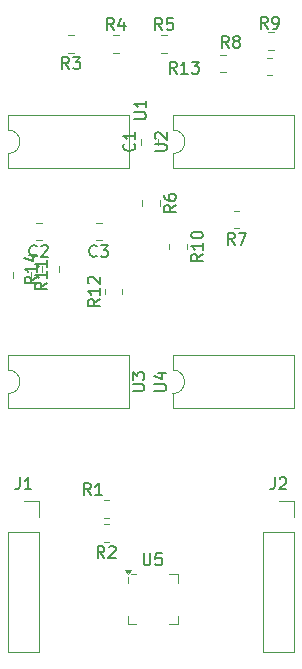
<source format=gbr>
%TF.GenerationSoftware,KiCad,Pcbnew,8.0.3*%
%TF.CreationDate,2025-09-07T10:27:12+08:00*%
%TF.ProjectId,balancing-car,62616c61-6e63-4696-9e67-2d6361722e6b,rev?*%
%TF.SameCoordinates,Original*%
%TF.FileFunction,Legend,Top*%
%TF.FilePolarity,Positive*%
%FSLAX46Y46*%
G04 Gerber Fmt 4.6, Leading zero omitted, Abs format (unit mm)*
G04 Created by KiCad (PCBNEW 8.0.3) date 2025-09-07 10:27:12*
%MOMM*%
%LPD*%
G01*
G04 APERTURE LIST*
%ADD10C,0.150000*%
%ADD11C,0.120000*%
G04 APERTURE END LIST*
D10*
X185240819Y-113037857D02*
X184764628Y-113371190D01*
X185240819Y-113609285D02*
X184240819Y-113609285D01*
X184240819Y-113609285D02*
X184240819Y-113228333D01*
X184240819Y-113228333D02*
X184288438Y-113133095D01*
X184288438Y-113133095D02*
X184336057Y-113085476D01*
X184336057Y-113085476D02*
X184431295Y-113037857D01*
X184431295Y-113037857D02*
X184574152Y-113037857D01*
X184574152Y-113037857D02*
X184669390Y-113085476D01*
X184669390Y-113085476D02*
X184717009Y-113133095D01*
X184717009Y-113133095D02*
X184764628Y-113228333D01*
X184764628Y-113228333D02*
X184764628Y-113609285D01*
X185240819Y-112085476D02*
X185240819Y-112656904D01*
X185240819Y-112371190D02*
X184240819Y-112371190D01*
X184240819Y-112371190D02*
X184383676Y-112466428D01*
X184383676Y-112466428D02*
X184478914Y-112561666D01*
X184478914Y-112561666D02*
X184526533Y-112656904D01*
X184574152Y-111228333D02*
X185240819Y-111228333D01*
X184193200Y-111466428D02*
X184907485Y-111704523D01*
X184907485Y-111704523D02*
X184907485Y-111085476D01*
X190984333Y-136851819D02*
X190651000Y-136375628D01*
X190412905Y-136851819D02*
X190412905Y-135851819D01*
X190412905Y-135851819D02*
X190793857Y-135851819D01*
X190793857Y-135851819D02*
X190889095Y-135899438D01*
X190889095Y-135899438D02*
X190936714Y-135947057D01*
X190936714Y-135947057D02*
X190984333Y-136042295D01*
X190984333Y-136042295D02*
X190984333Y-136185152D01*
X190984333Y-136185152D02*
X190936714Y-136280390D01*
X190936714Y-136280390D02*
X190889095Y-136328009D01*
X190889095Y-136328009D02*
X190793857Y-136375628D01*
X190793857Y-136375628D02*
X190412905Y-136375628D01*
X191365286Y-135947057D02*
X191412905Y-135899438D01*
X191412905Y-135899438D02*
X191508143Y-135851819D01*
X191508143Y-135851819D02*
X191746238Y-135851819D01*
X191746238Y-135851819D02*
X191841476Y-135899438D01*
X191841476Y-135899438D02*
X191889095Y-135947057D01*
X191889095Y-135947057D02*
X191936714Y-136042295D01*
X191936714Y-136042295D02*
X191936714Y-136137533D01*
X191936714Y-136137533D02*
X191889095Y-136280390D01*
X191889095Y-136280390D02*
X191317667Y-136851819D01*
X191317667Y-136851819D02*
X191936714Y-136851819D01*
X194310095Y-136459819D02*
X194310095Y-137269342D01*
X194310095Y-137269342D02*
X194357714Y-137364580D01*
X194357714Y-137364580D02*
X194405333Y-137412200D01*
X194405333Y-137412200D02*
X194500571Y-137459819D01*
X194500571Y-137459819D02*
X194691047Y-137459819D01*
X194691047Y-137459819D02*
X194786285Y-137412200D01*
X194786285Y-137412200D02*
X194833904Y-137364580D01*
X194833904Y-137364580D02*
X194881523Y-137269342D01*
X194881523Y-137269342D02*
X194881523Y-136459819D01*
X195833904Y-136459819D02*
X195357714Y-136459819D01*
X195357714Y-136459819D02*
X195310095Y-136936009D01*
X195310095Y-136936009D02*
X195357714Y-136888390D01*
X195357714Y-136888390D02*
X195452952Y-136840771D01*
X195452952Y-136840771D02*
X195691047Y-136840771D01*
X195691047Y-136840771D02*
X195786285Y-136888390D01*
X195786285Y-136888390D02*
X195833904Y-136936009D01*
X195833904Y-136936009D02*
X195881523Y-137031247D01*
X195881523Y-137031247D02*
X195881523Y-137269342D01*
X195881523Y-137269342D02*
X195833904Y-137364580D01*
X195833904Y-137364580D02*
X195786285Y-137412200D01*
X195786285Y-137412200D02*
X195691047Y-137459819D01*
X195691047Y-137459819D02*
X195452952Y-137459819D01*
X195452952Y-137459819D02*
X195357714Y-137412200D01*
X195357714Y-137412200D02*
X195310095Y-137364580D01*
X190574819Y-114942857D02*
X190098628Y-115276190D01*
X190574819Y-115514285D02*
X189574819Y-115514285D01*
X189574819Y-115514285D02*
X189574819Y-115133333D01*
X189574819Y-115133333D02*
X189622438Y-115038095D01*
X189622438Y-115038095D02*
X189670057Y-114990476D01*
X189670057Y-114990476D02*
X189765295Y-114942857D01*
X189765295Y-114942857D02*
X189908152Y-114942857D01*
X189908152Y-114942857D02*
X190003390Y-114990476D01*
X190003390Y-114990476D02*
X190051009Y-115038095D01*
X190051009Y-115038095D02*
X190098628Y-115133333D01*
X190098628Y-115133333D02*
X190098628Y-115514285D01*
X190574819Y-113990476D02*
X190574819Y-114561904D01*
X190574819Y-114276190D02*
X189574819Y-114276190D01*
X189574819Y-114276190D02*
X189717676Y-114371428D01*
X189717676Y-114371428D02*
X189812914Y-114466666D01*
X189812914Y-114466666D02*
X189860533Y-114561904D01*
X189670057Y-113609523D02*
X189622438Y-113561904D01*
X189622438Y-113561904D02*
X189574819Y-113466666D01*
X189574819Y-113466666D02*
X189574819Y-113228571D01*
X189574819Y-113228571D02*
X189622438Y-113133333D01*
X189622438Y-113133333D02*
X189670057Y-113085714D01*
X189670057Y-113085714D02*
X189765295Y-113038095D01*
X189765295Y-113038095D02*
X189860533Y-113038095D01*
X189860533Y-113038095D02*
X190003390Y-113085714D01*
X190003390Y-113085714D02*
X190574819Y-113657142D01*
X190574819Y-113657142D02*
X190574819Y-113038095D01*
X204811333Y-92021819D02*
X204478000Y-91545628D01*
X204239905Y-92021819D02*
X204239905Y-91021819D01*
X204239905Y-91021819D02*
X204620857Y-91021819D01*
X204620857Y-91021819D02*
X204716095Y-91069438D01*
X204716095Y-91069438D02*
X204763714Y-91117057D01*
X204763714Y-91117057D02*
X204811333Y-91212295D01*
X204811333Y-91212295D02*
X204811333Y-91355152D01*
X204811333Y-91355152D02*
X204763714Y-91450390D01*
X204763714Y-91450390D02*
X204716095Y-91498009D01*
X204716095Y-91498009D02*
X204620857Y-91545628D01*
X204620857Y-91545628D02*
X204239905Y-91545628D01*
X205287524Y-92021819D02*
X205478000Y-92021819D01*
X205478000Y-92021819D02*
X205573238Y-91974200D01*
X205573238Y-91974200D02*
X205620857Y-91926580D01*
X205620857Y-91926580D02*
X205716095Y-91783723D01*
X205716095Y-91783723D02*
X205763714Y-91593247D01*
X205763714Y-91593247D02*
X205763714Y-91212295D01*
X205763714Y-91212295D02*
X205716095Y-91117057D01*
X205716095Y-91117057D02*
X205668476Y-91069438D01*
X205668476Y-91069438D02*
X205573238Y-91021819D01*
X205573238Y-91021819D02*
X205382762Y-91021819D01*
X205382762Y-91021819D02*
X205287524Y-91069438D01*
X205287524Y-91069438D02*
X205239905Y-91117057D01*
X205239905Y-91117057D02*
X205192286Y-91212295D01*
X205192286Y-91212295D02*
X205192286Y-91450390D01*
X205192286Y-91450390D02*
X205239905Y-91545628D01*
X205239905Y-91545628D02*
X205287524Y-91593247D01*
X205287524Y-91593247D02*
X205382762Y-91640866D01*
X205382762Y-91640866D02*
X205573238Y-91640866D01*
X205573238Y-91640866D02*
X205668476Y-91593247D01*
X205668476Y-91593247D02*
X205716095Y-91545628D01*
X205716095Y-91545628D02*
X205763714Y-91450390D01*
X186127819Y-113545857D02*
X185651628Y-113879190D01*
X186127819Y-114117285D02*
X185127819Y-114117285D01*
X185127819Y-114117285D02*
X185127819Y-113736333D01*
X185127819Y-113736333D02*
X185175438Y-113641095D01*
X185175438Y-113641095D02*
X185223057Y-113593476D01*
X185223057Y-113593476D02*
X185318295Y-113545857D01*
X185318295Y-113545857D02*
X185461152Y-113545857D01*
X185461152Y-113545857D02*
X185556390Y-113593476D01*
X185556390Y-113593476D02*
X185604009Y-113641095D01*
X185604009Y-113641095D02*
X185651628Y-113736333D01*
X185651628Y-113736333D02*
X185651628Y-114117285D01*
X186127819Y-112593476D02*
X186127819Y-113164904D01*
X186127819Y-112879190D02*
X185127819Y-112879190D01*
X185127819Y-112879190D02*
X185270676Y-112974428D01*
X185270676Y-112974428D02*
X185365914Y-113069666D01*
X185365914Y-113069666D02*
X185413533Y-113164904D01*
X186127819Y-111641095D02*
X186127819Y-112212523D01*
X186127819Y-111926809D02*
X185127819Y-111926809D01*
X185127819Y-111926809D02*
X185270676Y-112022047D01*
X185270676Y-112022047D02*
X185365914Y-112117285D01*
X185365914Y-112117285D02*
X185413533Y-112212523D01*
X199335819Y-111132857D02*
X198859628Y-111466190D01*
X199335819Y-111704285D02*
X198335819Y-111704285D01*
X198335819Y-111704285D02*
X198335819Y-111323333D01*
X198335819Y-111323333D02*
X198383438Y-111228095D01*
X198383438Y-111228095D02*
X198431057Y-111180476D01*
X198431057Y-111180476D02*
X198526295Y-111132857D01*
X198526295Y-111132857D02*
X198669152Y-111132857D01*
X198669152Y-111132857D02*
X198764390Y-111180476D01*
X198764390Y-111180476D02*
X198812009Y-111228095D01*
X198812009Y-111228095D02*
X198859628Y-111323333D01*
X198859628Y-111323333D02*
X198859628Y-111704285D01*
X199335819Y-110180476D02*
X199335819Y-110751904D01*
X199335819Y-110466190D02*
X198335819Y-110466190D01*
X198335819Y-110466190D02*
X198478676Y-110561428D01*
X198478676Y-110561428D02*
X198573914Y-110656666D01*
X198573914Y-110656666D02*
X198621533Y-110751904D01*
X198335819Y-109561428D02*
X198335819Y-109466190D01*
X198335819Y-109466190D02*
X198383438Y-109370952D01*
X198383438Y-109370952D02*
X198431057Y-109323333D01*
X198431057Y-109323333D02*
X198526295Y-109275714D01*
X198526295Y-109275714D02*
X198716771Y-109228095D01*
X198716771Y-109228095D02*
X198954866Y-109228095D01*
X198954866Y-109228095D02*
X199145342Y-109275714D01*
X199145342Y-109275714D02*
X199240580Y-109323333D01*
X199240580Y-109323333D02*
X199288200Y-109370952D01*
X199288200Y-109370952D02*
X199335819Y-109466190D01*
X199335819Y-109466190D02*
X199335819Y-109561428D01*
X199335819Y-109561428D02*
X199288200Y-109656666D01*
X199288200Y-109656666D02*
X199240580Y-109704285D01*
X199240580Y-109704285D02*
X199145342Y-109751904D01*
X199145342Y-109751904D02*
X198954866Y-109799523D01*
X198954866Y-109799523D02*
X198716771Y-109799523D01*
X198716771Y-109799523D02*
X198526295Y-109751904D01*
X198526295Y-109751904D02*
X198431057Y-109704285D01*
X198431057Y-109704285D02*
X198383438Y-109656666D01*
X198383438Y-109656666D02*
X198335819Y-109561428D01*
X183816666Y-130034819D02*
X183816666Y-130749104D01*
X183816666Y-130749104D02*
X183769047Y-130891961D01*
X183769047Y-130891961D02*
X183673809Y-130987200D01*
X183673809Y-130987200D02*
X183530952Y-131034819D01*
X183530952Y-131034819D02*
X183435714Y-131034819D01*
X184816666Y-131034819D02*
X184245238Y-131034819D01*
X184530952Y-131034819D02*
X184530952Y-130034819D01*
X184530952Y-130034819D02*
X184435714Y-130177676D01*
X184435714Y-130177676D02*
X184340476Y-130272914D01*
X184340476Y-130272914D02*
X184245238Y-130320533D01*
X189825333Y-131518819D02*
X189492000Y-131042628D01*
X189253905Y-131518819D02*
X189253905Y-130518819D01*
X189253905Y-130518819D02*
X189634857Y-130518819D01*
X189634857Y-130518819D02*
X189730095Y-130566438D01*
X189730095Y-130566438D02*
X189777714Y-130614057D01*
X189777714Y-130614057D02*
X189825333Y-130709295D01*
X189825333Y-130709295D02*
X189825333Y-130852152D01*
X189825333Y-130852152D02*
X189777714Y-130947390D01*
X189777714Y-130947390D02*
X189730095Y-130995009D01*
X189730095Y-130995009D02*
X189634857Y-131042628D01*
X189634857Y-131042628D02*
X189253905Y-131042628D01*
X190777714Y-131518819D02*
X190206286Y-131518819D01*
X190492000Y-131518819D02*
X190492000Y-130518819D01*
X190492000Y-130518819D02*
X190396762Y-130661676D01*
X190396762Y-130661676D02*
X190301524Y-130756914D01*
X190301524Y-130756914D02*
X190206286Y-130804533D01*
X193510819Y-99694904D02*
X194320342Y-99694904D01*
X194320342Y-99694904D02*
X194415580Y-99647285D01*
X194415580Y-99647285D02*
X194463200Y-99599666D01*
X194463200Y-99599666D02*
X194510819Y-99504428D01*
X194510819Y-99504428D02*
X194510819Y-99313952D01*
X194510819Y-99313952D02*
X194463200Y-99218714D01*
X194463200Y-99218714D02*
X194415580Y-99171095D01*
X194415580Y-99171095D02*
X194320342Y-99123476D01*
X194320342Y-99123476D02*
X193510819Y-99123476D01*
X194510819Y-98123476D02*
X194510819Y-98694904D01*
X194510819Y-98409190D02*
X193510819Y-98409190D01*
X193510819Y-98409190D02*
X193653676Y-98504428D01*
X193653676Y-98504428D02*
X193748914Y-98599666D01*
X193748914Y-98599666D02*
X193796533Y-98694904D01*
X190333333Y-111259580D02*
X190285714Y-111307200D01*
X190285714Y-111307200D02*
X190142857Y-111354819D01*
X190142857Y-111354819D02*
X190047619Y-111354819D01*
X190047619Y-111354819D02*
X189904762Y-111307200D01*
X189904762Y-111307200D02*
X189809524Y-111211961D01*
X189809524Y-111211961D02*
X189761905Y-111116723D01*
X189761905Y-111116723D02*
X189714286Y-110926247D01*
X189714286Y-110926247D02*
X189714286Y-110783390D01*
X189714286Y-110783390D02*
X189761905Y-110592914D01*
X189761905Y-110592914D02*
X189809524Y-110497676D01*
X189809524Y-110497676D02*
X189904762Y-110402438D01*
X189904762Y-110402438D02*
X190047619Y-110354819D01*
X190047619Y-110354819D02*
X190142857Y-110354819D01*
X190142857Y-110354819D02*
X190285714Y-110402438D01*
X190285714Y-110402438D02*
X190333333Y-110450057D01*
X190666667Y-110354819D02*
X191285714Y-110354819D01*
X191285714Y-110354819D02*
X190952381Y-110735771D01*
X190952381Y-110735771D02*
X191095238Y-110735771D01*
X191095238Y-110735771D02*
X191190476Y-110783390D01*
X191190476Y-110783390D02*
X191238095Y-110831009D01*
X191238095Y-110831009D02*
X191285714Y-110926247D01*
X191285714Y-110926247D02*
X191285714Y-111164342D01*
X191285714Y-111164342D02*
X191238095Y-111259580D01*
X191238095Y-111259580D02*
X191190476Y-111307200D01*
X191190476Y-111307200D02*
X191095238Y-111354819D01*
X191095238Y-111354819D02*
X190809524Y-111354819D01*
X190809524Y-111354819D02*
X190714286Y-111307200D01*
X190714286Y-111307200D02*
X190666667Y-111259580D01*
X205406666Y-130034819D02*
X205406666Y-130749104D01*
X205406666Y-130749104D02*
X205359047Y-130891961D01*
X205359047Y-130891961D02*
X205263809Y-130987200D01*
X205263809Y-130987200D02*
X205120952Y-131034819D01*
X205120952Y-131034819D02*
X205025714Y-131034819D01*
X205835238Y-130130057D02*
X205882857Y-130082438D01*
X205882857Y-130082438D02*
X205978095Y-130034819D01*
X205978095Y-130034819D02*
X206216190Y-130034819D01*
X206216190Y-130034819D02*
X206311428Y-130082438D01*
X206311428Y-130082438D02*
X206359047Y-130130057D01*
X206359047Y-130130057D02*
X206406666Y-130225295D01*
X206406666Y-130225295D02*
X206406666Y-130320533D01*
X206406666Y-130320533D02*
X206359047Y-130463390D01*
X206359047Y-130463390D02*
X205787619Y-131034819D01*
X205787619Y-131034819D02*
X206406666Y-131034819D01*
X185253333Y-111259580D02*
X185205714Y-111307200D01*
X185205714Y-111307200D02*
X185062857Y-111354819D01*
X185062857Y-111354819D02*
X184967619Y-111354819D01*
X184967619Y-111354819D02*
X184824762Y-111307200D01*
X184824762Y-111307200D02*
X184729524Y-111211961D01*
X184729524Y-111211961D02*
X184681905Y-111116723D01*
X184681905Y-111116723D02*
X184634286Y-110926247D01*
X184634286Y-110926247D02*
X184634286Y-110783390D01*
X184634286Y-110783390D02*
X184681905Y-110592914D01*
X184681905Y-110592914D02*
X184729524Y-110497676D01*
X184729524Y-110497676D02*
X184824762Y-110402438D01*
X184824762Y-110402438D02*
X184967619Y-110354819D01*
X184967619Y-110354819D02*
X185062857Y-110354819D01*
X185062857Y-110354819D02*
X185205714Y-110402438D01*
X185205714Y-110402438D02*
X185253333Y-110450057D01*
X185634286Y-110450057D02*
X185681905Y-110402438D01*
X185681905Y-110402438D02*
X185777143Y-110354819D01*
X185777143Y-110354819D02*
X186015238Y-110354819D01*
X186015238Y-110354819D02*
X186110476Y-110402438D01*
X186110476Y-110402438D02*
X186158095Y-110450057D01*
X186158095Y-110450057D02*
X186205714Y-110545295D01*
X186205714Y-110545295D02*
X186205714Y-110640533D01*
X186205714Y-110640533D02*
X186158095Y-110783390D01*
X186158095Y-110783390D02*
X185586667Y-111354819D01*
X185586667Y-111354819D02*
X186205714Y-111354819D01*
X195229819Y-122696904D02*
X196039342Y-122696904D01*
X196039342Y-122696904D02*
X196134580Y-122649285D01*
X196134580Y-122649285D02*
X196182200Y-122601666D01*
X196182200Y-122601666D02*
X196229819Y-122506428D01*
X196229819Y-122506428D02*
X196229819Y-122315952D01*
X196229819Y-122315952D02*
X196182200Y-122220714D01*
X196182200Y-122220714D02*
X196134580Y-122173095D01*
X196134580Y-122173095D02*
X196039342Y-122125476D01*
X196039342Y-122125476D02*
X195229819Y-122125476D01*
X195563152Y-121220714D02*
X196229819Y-121220714D01*
X195182200Y-121458809D02*
X195896485Y-121696904D01*
X195896485Y-121696904D02*
X195896485Y-121077857D01*
X195254819Y-102376904D02*
X196064342Y-102376904D01*
X196064342Y-102376904D02*
X196159580Y-102329285D01*
X196159580Y-102329285D02*
X196207200Y-102281666D01*
X196207200Y-102281666D02*
X196254819Y-102186428D01*
X196254819Y-102186428D02*
X196254819Y-101995952D01*
X196254819Y-101995952D02*
X196207200Y-101900714D01*
X196207200Y-101900714D02*
X196159580Y-101853095D01*
X196159580Y-101853095D02*
X196064342Y-101805476D01*
X196064342Y-101805476D02*
X195254819Y-101805476D01*
X195350057Y-101376904D02*
X195302438Y-101329285D01*
X195302438Y-101329285D02*
X195254819Y-101234047D01*
X195254819Y-101234047D02*
X195254819Y-100995952D01*
X195254819Y-100995952D02*
X195302438Y-100900714D01*
X195302438Y-100900714D02*
X195350057Y-100853095D01*
X195350057Y-100853095D02*
X195445295Y-100805476D01*
X195445295Y-100805476D02*
X195540533Y-100805476D01*
X195540533Y-100805476D02*
X195683390Y-100853095D01*
X195683390Y-100853095D02*
X196254819Y-101424523D01*
X196254819Y-101424523D02*
X196254819Y-100805476D01*
X193383819Y-122696904D02*
X194193342Y-122696904D01*
X194193342Y-122696904D02*
X194288580Y-122649285D01*
X194288580Y-122649285D02*
X194336200Y-122601666D01*
X194336200Y-122601666D02*
X194383819Y-122506428D01*
X194383819Y-122506428D02*
X194383819Y-122315952D01*
X194383819Y-122315952D02*
X194336200Y-122220714D01*
X194336200Y-122220714D02*
X194288580Y-122173095D01*
X194288580Y-122173095D02*
X194193342Y-122125476D01*
X194193342Y-122125476D02*
X193383819Y-122125476D01*
X193383819Y-121744523D02*
X193383819Y-121125476D01*
X193383819Y-121125476D02*
X193764771Y-121458809D01*
X193764771Y-121458809D02*
X193764771Y-121315952D01*
X193764771Y-121315952D02*
X193812390Y-121220714D01*
X193812390Y-121220714D02*
X193860009Y-121173095D01*
X193860009Y-121173095D02*
X193955247Y-121125476D01*
X193955247Y-121125476D02*
X194193342Y-121125476D01*
X194193342Y-121125476D02*
X194288580Y-121173095D01*
X194288580Y-121173095D02*
X194336200Y-121220714D01*
X194336200Y-121220714D02*
X194383819Y-121315952D01*
X194383819Y-121315952D02*
X194383819Y-121601666D01*
X194383819Y-121601666D02*
X194336200Y-121696904D01*
X194336200Y-121696904D02*
X194288580Y-121744523D01*
X201509333Y-93672819D02*
X201176000Y-93196628D01*
X200937905Y-93672819D02*
X200937905Y-92672819D01*
X200937905Y-92672819D02*
X201318857Y-92672819D01*
X201318857Y-92672819D02*
X201414095Y-92720438D01*
X201414095Y-92720438D02*
X201461714Y-92768057D01*
X201461714Y-92768057D02*
X201509333Y-92863295D01*
X201509333Y-92863295D02*
X201509333Y-93006152D01*
X201509333Y-93006152D02*
X201461714Y-93101390D01*
X201461714Y-93101390D02*
X201414095Y-93149009D01*
X201414095Y-93149009D02*
X201318857Y-93196628D01*
X201318857Y-93196628D02*
X200937905Y-93196628D01*
X202080762Y-93101390D02*
X201985524Y-93053771D01*
X201985524Y-93053771D02*
X201937905Y-93006152D01*
X201937905Y-93006152D02*
X201890286Y-92910914D01*
X201890286Y-92910914D02*
X201890286Y-92863295D01*
X201890286Y-92863295D02*
X201937905Y-92768057D01*
X201937905Y-92768057D02*
X201985524Y-92720438D01*
X201985524Y-92720438D02*
X202080762Y-92672819D01*
X202080762Y-92672819D02*
X202271238Y-92672819D01*
X202271238Y-92672819D02*
X202366476Y-92720438D01*
X202366476Y-92720438D02*
X202414095Y-92768057D01*
X202414095Y-92768057D02*
X202461714Y-92863295D01*
X202461714Y-92863295D02*
X202461714Y-92910914D01*
X202461714Y-92910914D02*
X202414095Y-93006152D01*
X202414095Y-93006152D02*
X202366476Y-93053771D01*
X202366476Y-93053771D02*
X202271238Y-93101390D01*
X202271238Y-93101390D02*
X202080762Y-93101390D01*
X202080762Y-93101390D02*
X201985524Y-93149009D01*
X201985524Y-93149009D02*
X201937905Y-93196628D01*
X201937905Y-93196628D02*
X201890286Y-93291866D01*
X201890286Y-93291866D02*
X201890286Y-93482342D01*
X201890286Y-93482342D02*
X201937905Y-93577580D01*
X201937905Y-93577580D02*
X201985524Y-93625200D01*
X201985524Y-93625200D02*
X202080762Y-93672819D01*
X202080762Y-93672819D02*
X202271238Y-93672819D01*
X202271238Y-93672819D02*
X202366476Y-93625200D01*
X202366476Y-93625200D02*
X202414095Y-93577580D01*
X202414095Y-93577580D02*
X202461714Y-93482342D01*
X202461714Y-93482342D02*
X202461714Y-93291866D01*
X202461714Y-93291866D02*
X202414095Y-93196628D01*
X202414095Y-93196628D02*
X202366476Y-93149009D01*
X202366476Y-93149009D02*
X202271238Y-93101390D01*
X191793333Y-92149819D02*
X191460000Y-91673628D01*
X191221905Y-92149819D02*
X191221905Y-91149819D01*
X191221905Y-91149819D02*
X191602857Y-91149819D01*
X191602857Y-91149819D02*
X191698095Y-91197438D01*
X191698095Y-91197438D02*
X191745714Y-91245057D01*
X191745714Y-91245057D02*
X191793333Y-91340295D01*
X191793333Y-91340295D02*
X191793333Y-91483152D01*
X191793333Y-91483152D02*
X191745714Y-91578390D01*
X191745714Y-91578390D02*
X191698095Y-91626009D01*
X191698095Y-91626009D02*
X191602857Y-91673628D01*
X191602857Y-91673628D02*
X191221905Y-91673628D01*
X192650476Y-91483152D02*
X192650476Y-92149819D01*
X192412381Y-91102200D02*
X192174286Y-91816485D01*
X192174286Y-91816485D02*
X192793333Y-91816485D01*
X195873333Y-92149819D02*
X195540000Y-91673628D01*
X195301905Y-92149819D02*
X195301905Y-91149819D01*
X195301905Y-91149819D02*
X195682857Y-91149819D01*
X195682857Y-91149819D02*
X195778095Y-91197438D01*
X195778095Y-91197438D02*
X195825714Y-91245057D01*
X195825714Y-91245057D02*
X195873333Y-91340295D01*
X195873333Y-91340295D02*
X195873333Y-91483152D01*
X195873333Y-91483152D02*
X195825714Y-91578390D01*
X195825714Y-91578390D02*
X195778095Y-91626009D01*
X195778095Y-91626009D02*
X195682857Y-91673628D01*
X195682857Y-91673628D02*
X195301905Y-91673628D01*
X196778095Y-91149819D02*
X196301905Y-91149819D01*
X196301905Y-91149819D02*
X196254286Y-91626009D01*
X196254286Y-91626009D02*
X196301905Y-91578390D01*
X196301905Y-91578390D02*
X196397143Y-91530771D01*
X196397143Y-91530771D02*
X196635238Y-91530771D01*
X196635238Y-91530771D02*
X196730476Y-91578390D01*
X196730476Y-91578390D02*
X196778095Y-91626009D01*
X196778095Y-91626009D02*
X196825714Y-91721247D01*
X196825714Y-91721247D02*
X196825714Y-91959342D01*
X196825714Y-91959342D02*
X196778095Y-92054580D01*
X196778095Y-92054580D02*
X196730476Y-92102200D01*
X196730476Y-92102200D02*
X196635238Y-92149819D01*
X196635238Y-92149819D02*
X196397143Y-92149819D01*
X196397143Y-92149819D02*
X196301905Y-92102200D01*
X196301905Y-92102200D02*
X196254286Y-92054580D01*
X187983333Y-95449819D02*
X187650000Y-94973628D01*
X187411905Y-95449819D02*
X187411905Y-94449819D01*
X187411905Y-94449819D02*
X187792857Y-94449819D01*
X187792857Y-94449819D02*
X187888095Y-94497438D01*
X187888095Y-94497438D02*
X187935714Y-94545057D01*
X187935714Y-94545057D02*
X187983333Y-94640295D01*
X187983333Y-94640295D02*
X187983333Y-94783152D01*
X187983333Y-94783152D02*
X187935714Y-94878390D01*
X187935714Y-94878390D02*
X187888095Y-94926009D01*
X187888095Y-94926009D02*
X187792857Y-94973628D01*
X187792857Y-94973628D02*
X187411905Y-94973628D01*
X188316667Y-94449819D02*
X188935714Y-94449819D01*
X188935714Y-94449819D02*
X188602381Y-94830771D01*
X188602381Y-94830771D02*
X188745238Y-94830771D01*
X188745238Y-94830771D02*
X188840476Y-94878390D01*
X188840476Y-94878390D02*
X188888095Y-94926009D01*
X188888095Y-94926009D02*
X188935714Y-95021247D01*
X188935714Y-95021247D02*
X188935714Y-95259342D01*
X188935714Y-95259342D02*
X188888095Y-95354580D01*
X188888095Y-95354580D02*
X188840476Y-95402200D01*
X188840476Y-95402200D02*
X188745238Y-95449819D01*
X188745238Y-95449819D02*
X188459524Y-95449819D01*
X188459524Y-95449819D02*
X188364286Y-95402200D01*
X188364286Y-95402200D02*
X188316667Y-95354580D01*
X197096142Y-95831819D02*
X196762809Y-95355628D01*
X196524714Y-95831819D02*
X196524714Y-94831819D01*
X196524714Y-94831819D02*
X196905666Y-94831819D01*
X196905666Y-94831819D02*
X197000904Y-94879438D01*
X197000904Y-94879438D02*
X197048523Y-94927057D01*
X197048523Y-94927057D02*
X197096142Y-95022295D01*
X197096142Y-95022295D02*
X197096142Y-95165152D01*
X197096142Y-95165152D02*
X197048523Y-95260390D01*
X197048523Y-95260390D02*
X197000904Y-95308009D01*
X197000904Y-95308009D02*
X196905666Y-95355628D01*
X196905666Y-95355628D02*
X196524714Y-95355628D01*
X198048523Y-95831819D02*
X197477095Y-95831819D01*
X197762809Y-95831819D02*
X197762809Y-94831819D01*
X197762809Y-94831819D02*
X197667571Y-94974676D01*
X197667571Y-94974676D02*
X197572333Y-95069914D01*
X197572333Y-95069914D02*
X197477095Y-95117533D01*
X198381857Y-94831819D02*
X199000904Y-94831819D01*
X199000904Y-94831819D02*
X198667571Y-95212771D01*
X198667571Y-95212771D02*
X198810428Y-95212771D01*
X198810428Y-95212771D02*
X198905666Y-95260390D01*
X198905666Y-95260390D02*
X198953285Y-95308009D01*
X198953285Y-95308009D02*
X199000904Y-95403247D01*
X199000904Y-95403247D02*
X199000904Y-95641342D01*
X199000904Y-95641342D02*
X198953285Y-95736580D01*
X198953285Y-95736580D02*
X198905666Y-95784200D01*
X198905666Y-95784200D02*
X198810428Y-95831819D01*
X198810428Y-95831819D02*
X198524714Y-95831819D01*
X198524714Y-95831819D02*
X198429476Y-95784200D01*
X198429476Y-95784200D02*
X198381857Y-95736580D01*
X202017333Y-110308819D02*
X201684000Y-109832628D01*
X201445905Y-110308819D02*
X201445905Y-109308819D01*
X201445905Y-109308819D02*
X201826857Y-109308819D01*
X201826857Y-109308819D02*
X201922095Y-109356438D01*
X201922095Y-109356438D02*
X201969714Y-109404057D01*
X201969714Y-109404057D02*
X202017333Y-109499295D01*
X202017333Y-109499295D02*
X202017333Y-109642152D01*
X202017333Y-109642152D02*
X201969714Y-109737390D01*
X201969714Y-109737390D02*
X201922095Y-109785009D01*
X201922095Y-109785009D02*
X201826857Y-109832628D01*
X201826857Y-109832628D02*
X201445905Y-109832628D01*
X202350667Y-109308819D02*
X203017333Y-109308819D01*
X203017333Y-109308819D02*
X202588762Y-110308819D01*
X193497580Y-101766666D02*
X193545200Y-101814285D01*
X193545200Y-101814285D02*
X193592819Y-101957142D01*
X193592819Y-101957142D02*
X193592819Y-102052380D01*
X193592819Y-102052380D02*
X193545200Y-102195237D01*
X193545200Y-102195237D02*
X193449961Y-102290475D01*
X193449961Y-102290475D02*
X193354723Y-102338094D01*
X193354723Y-102338094D02*
X193164247Y-102385713D01*
X193164247Y-102385713D02*
X193021390Y-102385713D01*
X193021390Y-102385713D02*
X192830914Y-102338094D01*
X192830914Y-102338094D02*
X192735676Y-102290475D01*
X192735676Y-102290475D02*
X192640438Y-102195237D01*
X192640438Y-102195237D02*
X192592819Y-102052380D01*
X192592819Y-102052380D02*
X192592819Y-101957142D01*
X192592819Y-101957142D02*
X192640438Y-101814285D01*
X192640438Y-101814285D02*
X192688057Y-101766666D01*
X193592819Y-100814285D02*
X193592819Y-101385713D01*
X193592819Y-101099999D02*
X192592819Y-101099999D01*
X192592819Y-101099999D02*
X192735676Y-101195237D01*
X192735676Y-101195237D02*
X192830914Y-101290475D01*
X192830914Y-101290475D02*
X192878533Y-101385713D01*
X197049819Y-106973666D02*
X196573628Y-107306999D01*
X197049819Y-107545094D02*
X196049819Y-107545094D01*
X196049819Y-107545094D02*
X196049819Y-107164142D01*
X196049819Y-107164142D02*
X196097438Y-107068904D01*
X196097438Y-107068904D02*
X196145057Y-107021285D01*
X196145057Y-107021285D02*
X196240295Y-106973666D01*
X196240295Y-106973666D02*
X196383152Y-106973666D01*
X196383152Y-106973666D02*
X196478390Y-107021285D01*
X196478390Y-107021285D02*
X196526009Y-107068904D01*
X196526009Y-107068904D02*
X196573628Y-107164142D01*
X196573628Y-107164142D02*
X196573628Y-107545094D01*
X196049819Y-106116523D02*
X196049819Y-106306999D01*
X196049819Y-106306999D02*
X196097438Y-106402237D01*
X196097438Y-106402237D02*
X196145057Y-106449856D01*
X196145057Y-106449856D02*
X196287914Y-106545094D01*
X196287914Y-106545094D02*
X196478390Y-106592713D01*
X196478390Y-106592713D02*
X196859342Y-106592713D01*
X196859342Y-106592713D02*
X196954580Y-106545094D01*
X196954580Y-106545094D02*
X197002200Y-106497475D01*
X197002200Y-106497475D02*
X197049819Y-106402237D01*
X197049819Y-106402237D02*
X197049819Y-106211761D01*
X197049819Y-106211761D02*
X197002200Y-106116523D01*
X197002200Y-106116523D02*
X196954580Y-106068904D01*
X196954580Y-106068904D02*
X196859342Y-106021285D01*
X196859342Y-106021285D02*
X196621247Y-106021285D01*
X196621247Y-106021285D02*
X196526009Y-106068904D01*
X196526009Y-106068904D02*
X196478390Y-106116523D01*
X196478390Y-106116523D02*
X196430771Y-106211761D01*
X196430771Y-106211761D02*
X196430771Y-106402237D01*
X196430771Y-106402237D02*
X196478390Y-106497475D01*
X196478390Y-106497475D02*
X196526009Y-106545094D01*
X196526009Y-106545094D02*
X196621247Y-106592713D01*
D11*
%TO.C,R14*%
X185701000Y-112622064D02*
X185701000Y-112167936D01*
X187171000Y-112622064D02*
X187171000Y-112167936D01*
%TO.C,R2*%
X191378064Y-135482000D02*
X190923936Y-135482000D01*
X191378064Y-134012000D02*
X190923936Y-134012000D01*
%TO.C,U5*%
X192962000Y-138950000D02*
X192962000Y-138465000D01*
X192962000Y-142445000D02*
X192962000Y-141720000D01*
X193687000Y-138225000D02*
X193262000Y-138225000D01*
X193687000Y-142445000D02*
X192962000Y-142445000D01*
X196457000Y-138225000D02*
X197182000Y-138225000D01*
X196457000Y-142445000D02*
X197182000Y-142445000D01*
X197182000Y-138225000D02*
X197182000Y-138950000D01*
X197182000Y-142445000D02*
X197182000Y-141720000D01*
X192962000Y-138225000D02*
X192722000Y-137895000D01*
X193202000Y-137895000D01*
X192962000Y-138225000D01*
G36*
X192962000Y-138225000D02*
G01*
X192722000Y-137895000D01*
X193202000Y-137895000D01*
X192962000Y-138225000D01*
G37*
%TO.C,R12*%
X191035000Y-114527064D02*
X191035000Y-114072936D01*
X192505000Y-114527064D02*
X192505000Y-114072936D01*
%TO.C,R9*%
X205332064Y-92356000D02*
X204877936Y-92356000D01*
X205332064Y-93826000D02*
X204877936Y-93826000D01*
%TO.C,R11*%
X183288000Y-112675936D02*
X183288000Y-113130064D01*
X184758000Y-112675936D02*
X184758000Y-113130064D01*
%TO.C,R10*%
X196496000Y-110262936D02*
X196496000Y-110717064D01*
X197966000Y-110262936D02*
X197966000Y-110717064D01*
%TO.C,J1*%
X185480000Y-134620000D02*
X185480000Y-144840000D01*
X185480000Y-132020000D02*
X185480000Y-133350000D01*
X184150000Y-132020000D02*
X185480000Y-132020000D01*
X182820000Y-144840000D02*
X185480000Y-144840000D01*
X182820000Y-134620000D02*
X185480000Y-134620000D01*
X182820000Y-134620000D02*
X182820000Y-144840000D01*
%TO.C,R1*%
X190923936Y-133450000D02*
X191378064Y-133450000D01*
X190923936Y-131980000D02*
X191378064Y-131980000D01*
%TO.C,U1*%
X182830000Y-100615000D02*
G75*
G02*
X182830000Y-102615000I0J-1000000D01*
G01*
X193110000Y-103865000D02*
X193110000Y-99365000D01*
X193110000Y-99365000D02*
X182830000Y-99365000D01*
X182830000Y-103865000D02*
X193110000Y-103865000D01*
X182830000Y-102615000D02*
X182830000Y-103865000D01*
X182830000Y-99365000D02*
X182830000Y-100615000D01*
%TO.C,C3*%
X190761252Y-108485000D02*
X190238748Y-108485000D01*
X190761252Y-109955000D02*
X190238748Y-109955000D01*
%TO.C,J2*%
X204410000Y-134620000D02*
X204410000Y-144840000D01*
X204410000Y-134620000D02*
X207070000Y-134620000D01*
X204410000Y-144840000D02*
X207070000Y-144840000D01*
X205740000Y-132020000D02*
X207070000Y-132020000D01*
X207070000Y-132020000D02*
X207070000Y-133350000D01*
X207070000Y-134620000D02*
X207070000Y-144840000D01*
%TO.C,C2*%
X185681252Y-108485000D02*
X185158748Y-108485000D01*
X185681252Y-109955000D02*
X185158748Y-109955000D01*
%TO.C,U4*%
X196775000Y-120935000D02*
G75*
G02*
X196775000Y-122935000I0J-1000000D01*
G01*
X207055000Y-124185000D02*
X207055000Y-119685000D01*
X207055000Y-119685000D02*
X196775000Y-119685000D01*
X196775000Y-124185000D02*
X207055000Y-124185000D01*
X196775000Y-122935000D02*
X196775000Y-124185000D01*
X196775000Y-119685000D02*
X196775000Y-120935000D01*
%TO.C,U2*%
X196800000Y-99365000D02*
X196800000Y-100615000D01*
X196800000Y-102615000D02*
X196800000Y-103865000D01*
X196800000Y-103865000D02*
X207080000Y-103865000D01*
X207080000Y-99365000D02*
X196800000Y-99365000D01*
X207080000Y-103865000D02*
X207080000Y-99365000D01*
X196800000Y-100615000D02*
G75*
G02*
X196800000Y-102615000I0J-1000000D01*
G01*
%TO.C,U3*%
X182830000Y-120935000D02*
G75*
G02*
X182830000Y-122935000I0J-1000000D01*
G01*
X193110000Y-124185000D02*
X193110000Y-119685000D01*
X193110000Y-119685000D02*
X182830000Y-119685000D01*
X182830000Y-124185000D02*
X193110000Y-124185000D01*
X182830000Y-122935000D02*
X182830000Y-124185000D01*
X182830000Y-119685000D02*
X182830000Y-120935000D01*
%TO.C,R8*%
X204750936Y-95985000D02*
X205205064Y-95985000D01*
X204750936Y-94515000D02*
X205205064Y-94515000D01*
%TO.C,R4*%
X191732936Y-94080000D02*
X192187064Y-94080000D01*
X191732936Y-92610000D02*
X192187064Y-92610000D01*
%TO.C,R5*%
X195812936Y-94080000D02*
X196267064Y-94080000D01*
X195812936Y-92610000D02*
X196267064Y-92610000D01*
%TO.C,R3*%
X188377064Y-94080000D02*
X187922936Y-94080000D01*
X188377064Y-92610000D02*
X187922936Y-92610000D01*
%TO.C,R13*%
X201268064Y-95731000D02*
X200813936Y-95731000D01*
X201268064Y-94261000D02*
X200813936Y-94261000D01*
%TO.C,R7*%
X202411064Y-107469000D02*
X201956936Y-107469000D01*
X202411064Y-108939000D02*
X201956936Y-108939000D01*
%TO.C,C1*%
X195553000Y-101861252D02*
X195553000Y-101338748D01*
X194083000Y-101861252D02*
X194083000Y-101338748D01*
%TO.C,R6*%
X195680000Y-106579936D02*
X195680000Y-107034064D01*
X194210000Y-106579936D02*
X194210000Y-107034064D01*
%TD*%
M02*

</source>
